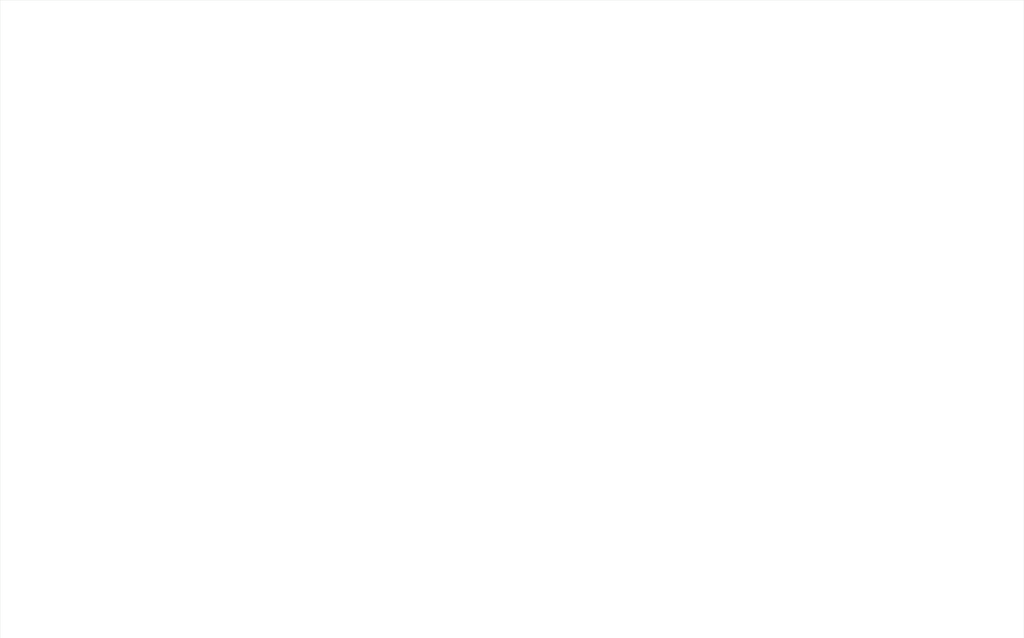
<source format=kicad_pcb>
(kicad_pcb
	(version 20240108)
	(generator "pcbnew")
	(generator_version "8.0")
	(general
		(thickness 1.58)
		(legacy_teardrops no)
	)
	(paper "User" 320 240)
	(layers
		(0 "F.Cu" signal "met10")
		(1 "In1.Cu" signal "met9")
		(2 "In2.Cu" signal "met8")
		(3 "In3.Cu" signal "met7")
		(4 "In4.Cu" signal "met6")
		(5 "In5.Cu" signal "met5")
		(6 "In6.Cu" signal "met4")
		(7 "In7.Cu" signal "met3")
		(8 "In8.Cu" signal "met2")
		(31 "B.Cu" signal "met1")
		(36 "B.SilkS" user "B.Silkscreen")
		(37 "F.SilkS" user "F.Silkscreen")
		(44 "Edge.Cuts" user)
		(45 "Margin" user)
		(46 "B.CrtYd" user "B.Courtyard")
		(47 "F.CrtYd" user "F.Courtyard")
	)
	(setup
		(stackup
			(layer "F.SilkS"
				(type "Top Silk Screen")
			)
			(layer "F.Cu"
				(type "copper")
				(thickness 0.035)
			)
			(layer "dielectric 1"
				(type "prepreg")
				(color "#808080FF")
				(thickness 0.1)
				(material "FR4")
				(epsilon_r 4.5)
				(loss_tangent 0.02)
			)
			(layer "In1.Cu"
				(type "copper")
				(thickness 0.035)
			)
			(layer "dielectric 2"
				(type "core")
				(thickness 0.1825)
				(material "FR4")
				(epsilon_r 4.5)
				(loss_tangent 0.02)
			)
			(layer "In2.Cu"
				(type "copper")
				(thickness 0.035)
			)
			(layer "dielectric 3"
				(type "prepreg")
				(thickness 0.1)
				(material "FR4")
				(epsilon_r 4.5)
				(loss_tangent 0.02)
			)
			(layer "In3.Cu"
				(type "copper")
				(thickness 0.035)
			)
			(layer "dielectric 4"
				(type "core")
				(thickness 0.1825)
				(material "FR4")
				(epsilon_r 4.5)
				(loss_tangent 0.02)
			)
			(layer "In4.Cu"
				(type "copper")
				(thickness 0.035)
			)
			(layer "dielectric 5"
				(type "prepreg")
				(thickness 0.1)
				(material "FR4")
				(epsilon_r 4.5)
				(loss_tangent 0.02)
			)
			(layer "In5.Cu"
				(type "copper")
				(thickness 0.035)
			)
			(layer "dielectric 6"
				(type "core")
				(thickness 0.1825)
				(material "FR4")
				(epsilon_r 4.5)
				(loss_tangent 0.02)
			)
			(layer "In6.Cu"
				(type "copper")
				(thickness 0.035)
			)
			(layer "dielectric 7"
				(type "prepreg")
				(thickness 0.1)
				(material "FR4")
				(epsilon_r 4.5)
				(loss_tangent 0.02)
			)
			(layer "In7.Cu"
				(type "copper")
				(thickness 0.035)
			)
			(layer "dielectric 8"
				(type "core")
				(thickness 0.1825)
				(material "FR4")
				(epsilon_r 4.5)
				(loss_tangent 0.02)
			)
			(layer "In8.Cu"
				(type "copper")
				(thickness 0.035)
			)
			(layer "dielectric 9"
				(type "prepreg")
				(thickness 0.1)
				(material "FR4")
				(epsilon_r 4.5)
				(loss_tangent 0.02)
			)
			(layer "B.Cu"
				(type "copper")
				(thickness 0.035)
			)
			(copper_finish "None")
			(dielectric_constraints no)
		)
		(pad_to_mask_clearance 0)
		(allow_soldermask_bridges_in_footprints no)
		(pcbplotparams
			(layerselection 0x00010fc_ffffffff)
			(plot_on_all_layers_selection 0x0000000_00000000)
			(disableapertmacros no)
			(usegerberextensions no)
			(usegerberattributes yes)
			(usegerberadvancedattributes yes)
			(creategerberjobfile yes)
			(dashed_line_dash_ratio 12.000000)
			(dashed_line_gap_ratio 3.000000)
			(svgprecision 4)
			(plotframeref no)
			(viasonmask no)
			(mode 1)
			(useauxorigin no)
			(hpglpennumber 1)
			(hpglpenspeed 20)
			(hpglpendiameter 15.000000)
			(pdf_front_fp_property_popups yes)
			(pdf_back_fp_property_popups yes)
			(dxfpolygonmode yes)
			(dxfimperialunits yes)
			(dxfusepcbnewfont yes)
			(psnegative no)
			(psa4output no)
			(plotreference yes)
			(plotvalue yes)
			(plotfptext yes)
			(plotinvisibletext no)
			(sketchpadsonfab no)
			(subtractmaskfromsilk no)
			(outputformat 1)
			(mirror no)
			(drillshape 1)
			(scaleselection 1)
			(outputdirectory "")
		)
	)
	(net 0 "")
	(gr_rect
		(start 32 32)
		(end 282 187.8)
		(stroke
			(width 0.05)
			(type default)
		)
		(fill none)
		(layer "Edge.Cuts")
		(uuid "5748a81f-89ab-4720-b4ac-0f1c7784041f")
	)
)

</source>
